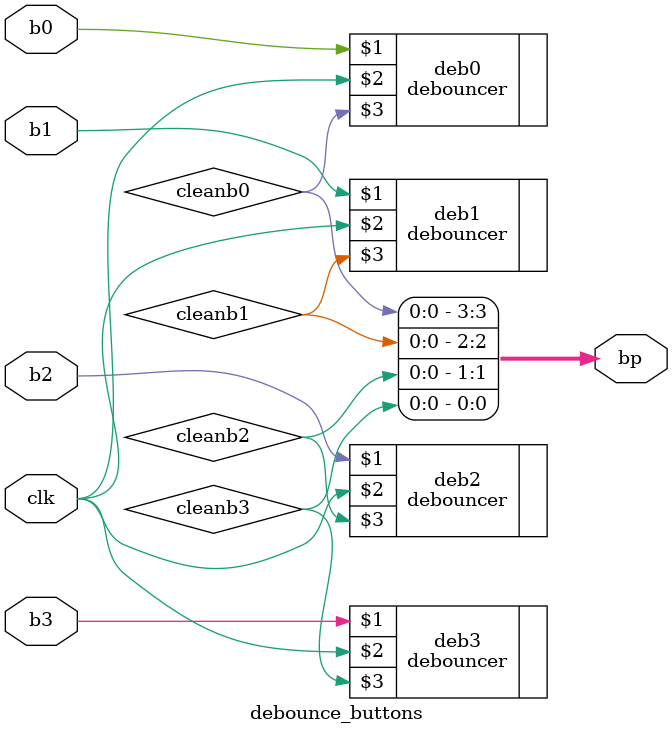
<source format=v>
`timescale 1ns / 1ps
module debounce_buttons( 
	 input b0, b1, b2, b3,
    input clk,
	 output reg [3:0] bp
    );

//	reg [15:0] numBounces = 0;
	wire cleanb0;  
   wire cleanb1;  
	wire cleanb2;
	wire cleanb3;
//	wire [3:0] allbuttons;
   
	debouncer deb0(b0, clk, cleanb0);  
	debouncer deb1(b1, clk, cleanb1);
	debouncer deb2(b2, clk, cleanb2);
	debouncer deb3(b3, clk, cleanb3);
	
//	always@(posedge cleanb0 or posedge cleanb1 or posedge cleanb2 or posedge cleanb3)
//		bp = {cleanb0, cleanb1, cleanb2, cleanb3};
		
	always@(cleanb0 or cleanb1 or cleanb2 or cleanb3)
		bp = {cleanb0, cleanb1, cleanb2, cleanb3};

  /* always@(allbuttons)
	   bp <= allbuttons;
	*/
/*	always@(cleanb0, cleanb1, cleanb2, cleanb3)
		begin
			bp <= (cleanb0 == 1 ? 3'b00 :
					 cleanb1 == 1 ? 3'b01 :
					 cleanb2 == 1 ? 3'b10 :
					 cleanb3 == 1 ? 3'b11 :
					 3'b111);
		end
*/	
endmodule


</source>
